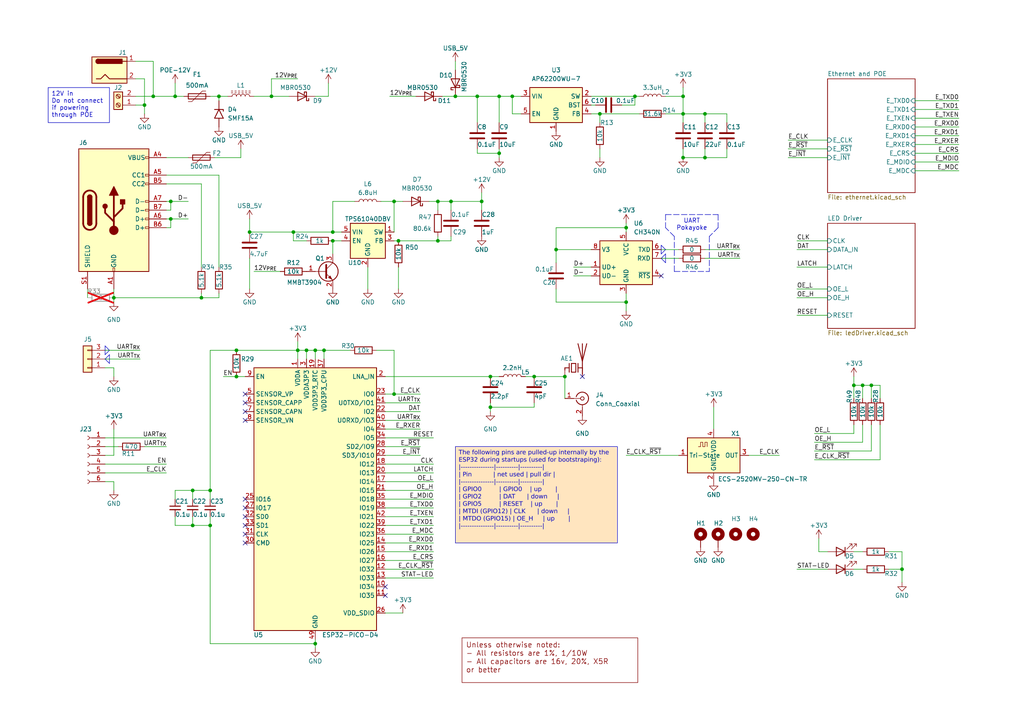
<source format=kicad_sch>
(kicad_sch (version 20250114) (generator "eeschema") (generator_version "9.0")
  (paper "A4")
  (title_block (title "Large 7 Seg Driver") (date "2025-04-12") (rev "1") (comment 1 "JB") (comment 2 "E1041"))
  (text_box "The following pins are pulled-up internally by the ESP32 during startups (used for bootstraping):\n|---------------|----------|----------|\n| Pin           | net used | pull dir |\n|---------------|----------|----------|\n| GPIO0         | GPIO0    | up       |\n| GPIO2         | DAT      | down     |\n| GPIO5         | RESET    | up       |\n| MTDI (GPIO12) | CLK      | down     |\n| MTDO (GPIO15) | OE_H     | up       |\n|---------------|----------|----------|" (exclude_from_sim yes) (at 132.08 129.54 0) (size 46.99 27.94) (margins 0.9525 0.9525 0.9525 0.9525) (fill (type color) (color 255 229 191 1)) (effects (font (size 1.27 1.27)) (justify left top)))
  (text_box "UART Pokayoke" (at 193.04 62.23 0) (size 15.24 5.08) (margins 0.9524 0.9524 0.9524 0.9524) (stroke (width -0.0001)) (effects (font (size 1.27 1.27)) (justify top)))
  (text_box "12V in\nDo not connect if powering through POE" (at 13.97 25.4 0) (size 17.78 10.16) (margins 0.9525 0.9525 0.9525 0.9525) (effects (font (size 1.27 1.27)) (justify left top)))
  (text_box "Unless otherwise noted:\n- All resistors are 1%, 1/10W \n- All capacitors are 16v, 20%, X5R\nor better" (exclude_from_sim yes) (at 134 185 0) (size 50.99 12.97) (margins 1.125 1.125 1.125 1.125) (stroke (width 0) (color 132 0 0 1)) (effects (font (size 1.5 1.5)) (justify left top)))
  (junction (at 154.94 109.22) (diameter 0.9144))
  (junction (at 144.78 27.94))
  (junction (at 78.74 27.94))
  (junction (at 252.73 111.76))
  (junction (at 198.12 33.02))
  (junction (at 144.78 44.45))
  (junction (at 138.43 27.94))
  (junction (at 148.59 27.94))
  (junction (at 72.39 67.31))
  (junction (at 181.61 87.63))
  (junction (at 198.12 27.94))
  (junction (at 93.98 101.6))
  (junction (at 204.47 45.72))
  (junction (at 163.83 109.22))
  (junction (at 247.65 111.76))
  (junction (at 181.61 66.04))
  (junction (at 142.24 109.22) (diameter 0.9144))
  (junction (at 58.42 86.36))
  (junction (at 55.88 142.24))
  (junction (at 68.58 109.22))
  (junction (at 198.12 45.72))
  (junction (at 88.9 101.6) (diameter 0.9144))
  (junction (at 49.53 63.5))
  (junction (at 173.99 33.02))
  (junction (at 85.09 67.31))
  (junction (at 63.5 27.94))
  (junction (at 114.3 58.42))
  (junction (at 60.96 152.4))
  (junction (at 91.44 186.69) (diameter 0.9144))
  (junction (at 55.88 152.4))
  (junction (at 115.57 69.85))
  (junction (at 41.91 30.48))
  (junction (at 49.53 58.42))
  (junction (at 261.62 165.1))
  (junction (at 142.24 118.11) (diameter 0.9144))
  (junction (at 68.58 101.6))
  (junction (at 60.96 142.24))
  (junction (at 130.81 58.42))
  (junction (at 33.02 86.36))
  (junction (at 132.08 27.94))
  (junction (at 184.15 27.94))
  (junction (at 91.44 101.6) (diameter 0.9144))
  (junction (at 96.52 67.31))
  (junction (at 127 69.85))
  (junction (at 50.8 27.94))
  (junction (at 161.29 72.39))
  (junction (at 139.7 58.42))
  (junction (at 204.47 33.02))
  (junction (at 127 58.42))
  (junction (at 86.36 101.6) (diameter 0.9144))
  (junction (at 250.19 111.76))
  (junction (at 96.52 69.85))
  (junction (at 44.45 27.94))
  (junction (at 114.3 114.3))
  (no_connect (at 71.12 144.78))
  (no_connect (at 71.12 154.94))
  (no_connect (at 71.12 149.86))
  (no_connect (at 71.12 157.48))
  (no_connect (at 71.12 119.38))
  (no_connect (at 191.77 80.01))
  (no_connect (at 111.76 170.18))
  (no_connect (at 71.12 121.92))
  (no_connect (at 111.76 172.72))
  (no_connect (at 71.12 147.32))
  (no_connect (at 168.91 109.22))
  (no_connect (at 71.12 116.84))
  (no_connect (at 71.12 152.4))
  (no_connect (at 71.12 114.3))
  (wire (pts (xy 198.12 25.4) (xy 198.12 27.94)))
  (wire (pts (xy 247.65 111.76) (xy 247.65 115.57)))
  (wire (pts (xy 124.46 58.42) (xy 127 58.42)))
  (wire (pts (xy 250.19 111.76) (xy 252.73 111.76)))
  (wire (pts (xy 237.49 156.21) (xy 237.49 160.02)))
  (wire (pts (xy 111.76 137.16) (xy 125.73 137.16)))
  (wire (pts (xy 33.02 109.22) (xy 33.02 106.68)))
  (wire (pts (xy 99.06 69.85) (xy 96.52 69.85)))
  (wire (pts (xy 39.37 27.94) (xy 44.45 27.94)))
  (wire (pts (xy 63.5 50.8) (xy 63.5 77.47)))
  (wire (pts (xy 181.61 66.04) (xy 161.29 66.04)))
  (wire (pts (xy 210.82 45.72) (xy 210.82 43.18)))
  (wire (pts (xy 93.98 101.6) (xy 91.44 101.6)))
  (wire (pts (xy 181.61 132.08) (xy 196.85 132.08)))
  (wire (pts (xy 68.58 109.22) (xy 71.12 109.22)))
  (wire (pts (xy 148.59 27.94) (xy 151.13 27.94)))
  (wire (pts (xy 247.65 125.73) (xy 236.22 125.73)))
  (wire (pts (xy 247.65 123.19) (xy 247.65 125.73)))
  (wire (pts (xy 184.15 30.48) (xy 180.34 30.48)))
  (wire (pts (xy 48.26 134.62) (xy 30.48 134.62)))
  (wire (pts (xy 236.22 128.27) (xy 250.19 128.27)))
  (wire (pts (xy 95.25 27.94) (xy 91.44 27.94)))
  (wire (pts (xy 250.19 115.57) (xy 250.19 111.76)))
  (wire (pts (xy 265.43 46.99) (xy 278.13 46.99)))
  (wire (pts (xy 173.99 33.02) (xy 185.42 33.02)))
  (wire (pts (xy 231.14 77.47) (xy 240.03 77.47)))
  (wire (pts (xy 154.94 116.84) (xy 154.94 118.11)))
  (wire (pts (xy 95.25 24.13) (xy 95.25 27.94)))
  (wire (pts (xy 48.26 60.96) (xy 49.53 60.96)))
  (wire (pts (xy 60.96 142.24) (xy 60.96 144.78)))
  (polyline (pts (xy 193.04 62.23) (xy 208.28 62.23)) (stroke (width 0) (type dash)))
  (wire (pts (xy 181.61 85.09) (xy 181.61 87.63)))
  (wire (pts (xy 130.81 68.58) (xy 130.81 69.85)))
  (wire (pts (xy 138.43 44.45) (xy 144.78 44.45)))
  (wire (pts (xy 48.26 50.8) (xy 63.5 50.8)))
  (wire (pts (xy 41.91 33.02) (xy 41.91 30.48)))
  (wire (pts (xy 125.73 167.64) (xy 111.76 167.64)))
  (wire (pts (xy 181.61 90.17) (xy 181.61 87.63)))
  (wire (pts (xy 73.66 78.74) (xy 81.28 78.74)))
  (wire (pts (xy 106.68 83.82) (xy 106.68 77.47)))
  (wire (pts (xy 166.37 77.47) (xy 171.45 77.47)))
  (wire (pts (xy 148.59 27.94) (xy 148.59 33.02)))
  (wire (pts (xy 91.44 101.6) (xy 91.44 104.14)))
  (wire (pts (xy 204.47 33.02) (xy 204.47 35.56)))
  (wire (pts (xy 48.26 63.5) (xy 49.53 63.5)))
  (wire (pts (xy 111.76 116.84) (xy 121.92 116.84)))
  (wire (pts (xy 48.26 129.54) (xy 41.91 129.54)))
  (wire (pts (xy 191.77 72.39) (xy 196.85 72.39)))
  (wire (pts (xy 73.66 27.94) (xy 78.74 27.94)))
  (polyline (pts (xy 30.48 104.14) (xy 31.75 102.87)))
  (wire (pts (xy 130.81 58.42) (xy 139.7 58.42)))
  (wire (pts (xy 132.08 27.94) (xy 138.43 27.94)))
  (wire (pts (xy 91.44 186.69) (xy 91.44 185.42)))
  (wire (pts (xy 132.08 17.78) (xy 132.08 20.32)))
  (wire (pts (xy 50.8 149.86) (xy 50.8 152.4)))
  (polyline (pts (xy 31.75 102.87) (xy 31.75 105.41)))
  (polyline (pts (xy 195.58 78.74) (xy 205.74 78.74)) (stroke (width 0) (type dash)))
  (wire (pts (xy 127 58.42) (xy 130.81 58.42)))
  (polyline (pts (xy 208.28 62.23) (xy 208.28 66.04)) (stroke (width 0) (type dash)))
  (wire (pts (xy 125.73 160.02) (xy 111.76 160.02)))
  (polyline (pts (xy 191.77 74.93) (xy 193.04 73.66)))
  (wire (pts (xy 33.02 106.68) (xy 30.48 106.68)))
  (wire (pts (xy 193.04 33.02) (xy 198.12 33.02)))
  (wire (pts (xy 88.9 69.85) (xy 85.09 69.85)))
  (wire (pts (xy 127 58.42) (xy 127 60.96)))
  (wire (pts (xy 261.62 160.02) (xy 261.62 165.1)))
  (wire (pts (xy 228.6 45.72) (xy 240.03 45.72)))
  (wire (pts (xy 261.62 165.1) (xy 261.62 168.91)))
  (wire (pts (xy 111.76 119.38) (xy 121.92 119.38)))
  (wire (pts (xy 109.22 101.6) (xy 114.3 101.6)))
  (wire (pts (xy 138.43 27.94) (xy 138.43 35.56)))
  (wire (pts (xy 236.22 133.35) (xy 255.27 133.35)))
  (wire (pts (xy 257.81 165.1) (xy 261.62 165.1)))
  (wire (pts (xy 142.24 118.11) (xy 142.24 119.38)))
  (wire (pts (xy 204.47 72.39) (xy 214.63 72.39)))
  (wire (pts (xy 111.76 114.3) (xy 114.3 114.3)))
  (wire (pts (xy 198.12 27.94) (xy 193.04 27.94)))
  (polyline (pts (xy 30.48 102.87) (xy 31.75 101.6)))
  (wire (pts (xy 231.14 72.39) (xy 240.03 72.39)))
  (wire (pts (xy 96.52 69.85) (xy 96.52 73.66)))
  (wire (pts (xy 127 68.58) (xy 127 69.85)))
  (polyline (pts (xy 195.58 68.58) (xy 193.04 66.04)) (stroke (width 0) (type dash)))
  (wire (pts (xy 138.43 27.94) (xy 144.78 27.94)))
  (wire (pts (xy 161.29 76.2) (xy 161.29 72.39)))
  (wire (pts (xy 48.26 127) (xy 30.48 127)))
  (wire (pts (xy 250.19 111.76) (xy 247.65 111.76)))
  (wire (pts (xy 116.84 177.8) (xy 111.76 177.8)))
  (wire (pts (xy 152.4 109.22) (xy 154.94 109.22)))
  (wire (pts (xy 55.88 149.86) (xy 55.88 152.4)))
  (wire (pts (xy 265.43 36.83) (xy 278.13 36.83)))
  (wire (pts (xy 58.42 86.36) (xy 63.5 86.36)))
  (wire (pts (xy 125.73 147.32) (xy 111.76 147.32)))
  (wire (pts (xy 111.76 127) (xy 125.73 127)))
  (polyline (pts (xy 30.48 104.14) (xy 31.75 105.41)))
  (wire (pts (xy 41.91 22.86) (xy 41.91 30.48)))
  (wire (pts (xy 111.76 139.7) (xy 125.73 139.7)))
  (wire (pts (xy 39.37 22.86) (xy 41.91 22.86)))
  (wire (pts (xy 49.53 58.42) (xy 54.61 58.42)))
  (wire (pts (xy 72.39 83.82) (xy 72.39 74.93)))
  (wire (pts (xy 198.12 33.02) (xy 198.12 35.56)))
  (wire (pts (xy 163.83 109.22) (xy 163.83 115.57)))
  (wire (pts (xy 33.02 139.7) (xy 30.48 139.7)))
  (wire (pts (xy 68.58 101.6) (xy 86.36 101.6)))
  (wire (pts (xy 144.78 44.45) (xy 144.78 43.18)))
  (polyline (pts (xy 205.74 68.58) (xy 205.74 78.74)) (stroke (width 0) (type dash)))
  (wire (pts (xy 114.3 69.85) (xy 115.57 69.85)))
  (wire (pts (xy 60.96 186.69) (xy 91.44 186.69)))
  (wire (pts (xy 161.29 72.39) (xy 171.45 72.39)))
  (wire (pts (xy 198.12 33.02) (xy 198.12 27.94)))
  (wire (pts (xy 115.57 83.82) (xy 115.57 77.47)))
  (wire (pts (xy 231.14 91.44) (xy 240.03 91.44)))
  (wire (pts (xy 247.65 109.22) (xy 247.65 111.76)))
  (wire (pts (xy 204.47 33.02) (xy 210.82 33.02)))
  (polyline (pts (xy 30.48 100.33) (xy 30.48 102.87)))
  (wire (pts (xy 171.45 30.48) (xy 172.72 30.48)))
  (wire (pts (xy 60.96 149.86) (xy 60.96 152.4)))
  (wire (pts (xy 255.27 115.57) (xy 255.27 111.76)))
  (wire (pts (xy 63.5 29.21) (xy 63.5 27.94)))
  (wire (pts (xy 228.6 43.18) (xy 240.03 43.18)))
  (wire (pts (xy 111.76 121.92) (xy 121.92 121.92)))
  (wire (pts (xy 171.45 27.94) (xy 184.15 27.94)))
  (wire (pts (xy 96.52 58.42) (xy 102.87 58.42)))
  (wire (pts (xy 142.24 118.11) (xy 142.24 116.84)))
  (wire (pts (xy 30.48 104.14) (xy 40.64 104.14)))
  (wire (pts (xy 60.96 152.4) (xy 60.96 186.69)))
  (wire (pts (xy 93.98 101.6) (xy 93.98 104.14)))
  (polyline (pts (xy 195.58 78.74) (xy 195.58 68.58)) (stroke (width 0) (type dash)))
  (wire (pts (xy 72.39 67.31) (xy 85.09 67.31)))
  (wire (pts (xy 198.12 45.72) (xy 204.47 45.72)))
  (wire (pts (xy 204.47 45.72) (xy 204.47 43.18)))
  (wire (pts (xy 210.82 33.02) (xy 210.82 35.56)))
  (wire (pts (xy 30.48 132.08) (xy 33.02 132.08)))
  (wire (pts (xy 181.61 66.04) (xy 181.61 67.31)))
  (wire (pts (xy 58.42 53.34) (xy 58.42 77.47)))
  (wire (pts (xy 265.43 29.21) (xy 278.13 29.21)))
  (wire (pts (xy 265.43 31.75) (xy 278.13 31.75)))
  (wire (pts (xy 55.88 142.24) (xy 60.96 142.24)))
  (wire (pts (xy 48.26 45.72) (xy 54.61 45.72)))
  (wire (pts (xy 154.94 109.22) (xy 163.83 109.22)))
  (wire (pts (xy 125.73 149.86) (xy 111.76 149.86)))
  (wire (pts (xy 115.57 69.85) (xy 127 69.85)))
  (wire (pts (xy 33.02 86.36) (xy 58.42 86.36)))
  (wire (pts (xy 41.91 30.48) (xy 39.37 30.48)))
  (wire (pts (xy 250.19 128.27) (xy 250.19 123.19)))
  (wire (pts (xy 111.76 154.94) (xy 125.73 154.94)))
  (wire (pts (xy 69.85 43.18) (xy 69.85 45.72)))
  (wire (pts (xy 33.02 132.08) (xy 33.02 124.46)))
  (wire (pts (xy 252.73 111.76) (xy 255.27 111.76)))
  (wire (pts (xy 144.78 27.94) (xy 144.78 35.56)))
  (wire (pts (xy 204.47 45.72) (xy 210.82 45.72)))
  (wire (pts (xy 144.78 27.94) (xy 148.59 27.94)))
  (wire (pts (xy 88.9 101.6) (xy 91.44 101.6)))
  (wire (pts (xy 78.74 27.94) (xy 83.82 27.94)))
  (wire (pts (xy 111.76 132.08) (xy 121.92 132.08)))
  (wire (pts (xy 114.3 58.42) (xy 114.3 67.31)))
  (wire (pts (xy 110.49 58.42) (xy 114.3 58.42)))
  (wire (pts (xy 44.45 27.94) (xy 50.8 27.94)))
  (polyline (pts (xy 191.77 71.12) (xy 191.77 73.66)))
  (wire (pts (xy 50.8 144.78) (xy 50.8 142.24)))
  (wire (pts (xy 113.03 27.94) (xy 120.65 27.94)))
  (wire (pts (xy 125.73 162.56) (xy 111.76 162.56)))
  (wire (pts (xy 64.77 109.22) (xy 68.58 109.22)))
  (wire (pts (xy 49.53 58.42) (xy 49.53 60.96)))
  (wire (pts (xy 33.02 142.24) (xy 33.02 139.7)))
  (wire (pts (xy 255.27 123.19) (xy 255.27 133.35)))
  (wire (pts (xy 127 69.85) (xy 130.81 69.85)))
  (wire (pts (xy 125.73 157.48) (xy 111.76 157.48)))
  (wire (pts (xy 88.9 101.6) (xy 88.9 104.14)))
  (wire (pts (xy 114.3 58.42) (xy 116.84 58.42)))
  (wire (pts (xy 184.15 27.94) (xy 184.15 30.48)))
  (wire (pts (xy 231.14 69.85) (xy 240.03 69.85)))
  (wire (pts (xy 265.43 49.53) (xy 278.13 49.53)))
  (wire (pts (xy 217.17 132.08) (xy 226.06 132.08)))
  (wire (pts (xy 99.06 67.31) (xy 96.52 67.31)))
  (wire (pts (xy 78.74 22.86) (xy 78.74 27.94)))
  (wire (pts (xy 39.37 17.78) (xy 44.45 17.78)))
  (wire (pts (xy 55.88 152.4) (xy 60.96 152.4)))
  (wire (pts (xy 257.81 160.02) (xy 261.62 160.02)))
  (wire (pts (xy 85.09 67.31) (xy 96.52 67.31)))
  (wire (pts (xy 139.7 58.42) (xy 139.7 60.96)))
  (wire (pts (xy 63.5 27.94) (xy 66.04 27.94)))
  (wire (pts (xy 247.65 165.1) (xy 250.19 165.1)))
  (wire (pts (xy 62.23 45.72) (xy 69.85 45.72)))
  (wire (pts (xy 265.43 44.45) (xy 278.13 44.45)))
  (wire (pts (xy 86.36 101.6) (xy 88.9 101.6)))
  (wire (pts (xy 48.26 137.16) (xy 30.48 137.16)))
  (wire (pts (xy 138.43 43.18) (xy 138.43 44.45)))
  (wire (pts (xy 121.92 124.46) (xy 111.76 124.46)))
  (wire (pts (xy 44.45 17.78) (xy 44.45 27.94)))
  (wire (pts (xy 173.99 43.18) (xy 173.99 45.72)))
  (wire (pts (xy 265.43 34.29) (xy 278.13 34.29)))
  (wire (pts (xy 161.29 66.04) (xy 161.29 72.39)))
  (wire (pts (xy 247.65 160.02) (xy 250.19 160.02)))
  (wire (pts (xy 58.42 86.36) (xy 58.42 85.09)))
  (wire (pts (xy 252.73 123.19) (xy 252.73 130.81)))
  (wire (pts (xy 142.24 109.22) (xy 144.78 109.22)))
  (wire (pts (xy 166.37 80.01) (xy 171.45 80.01)))
  (wire (pts (xy 207.01 118.11) (xy 207.01 124.46)))
  (polyline (pts (xy 193.04 73.66) (xy 193.04 76.2)))
  (wire (pts (xy 58.42 53.34) (xy 48.26 53.34)))
  (wire (pts (xy 114.3 114.3) (xy 121.92 114.3)))
  (wire (pts (xy 204.47 74.93) (xy 214.63 74.93)))
  (wire (pts (xy 91.44 187.96) (xy 91.44 186.69)))
  (wire (pts (xy 148.59 33.02) (xy 151.13 33.02)))
  (wire (pts (xy 252.73 111.76) (xy 252.73 115.57)))
  (wire (pts (xy 85.09 69.85) (xy 85.09 67.31)))
  (wire (pts (xy 111.76 142.24) (xy 125.73 142.24)))
  (wire (pts (xy 198.12 33.02) (xy 204.47 33.02)))
  (wire (pts (xy 114.3 101.6) (xy 114.3 114.3)))
  (wire (pts (xy 191.77 74.93) (xy 196.85 74.93)))
  (wire (pts (xy 33.02 86.36) (xy 33.02 87.63)))
  (wire (pts (xy 60.96 101.6) (xy 60.96 142.24)))
  (wire (pts (xy 50.8 142.24) (xy 55.88 142.24)))
  (polyline (pts (xy 191.77 73.66) (xy 193.04 72.39)))
  (wire (pts (xy 181.61 87.63) (xy 161.29 87.63)))
  (wire (pts (xy 48.26 58.42) (xy 49.53 58.42)))
  (wire (pts (xy 161.29 87.63) (xy 161.29 83.82)))
  (wire (pts (xy 86.36 101.6) (xy 86.36 104.14)))
  (wire (pts (xy 63.5 86.36) (xy 63.5 85.09)))
  (wire (pts (xy 93.98 101.6) (xy 101.6 101.6)))
  (wire (pts (xy 72.39 63.5) (xy 72.39 67.31)))
  (wire (pts (xy 181.61 64.77) (xy 181.61 66.04)))
  (polyline (pts (xy 191.77 71.12) (xy 193.04 72.39)))
  (wire (pts (xy 128.27 27.94) (xy 132.08 27.94)))
  (wire (pts (xy 111.76 129.54) (xy 121.92 129.54)))
  (wire (pts (xy 130.81 58.42) (xy 130.81 60.96)))
  (polyline (pts (xy 191.77 74.93) (xy 193.04 76.2)))
  (wire (pts (xy 144.78 44.45) (xy 144.78 45.72)))
  (wire (pts (xy 60.96 27.94) (xy 63.5 27.94)))
  (wire (pts (xy 86.36 22.86) (xy 78.74 22.86)))
  (wire (pts (xy 154.94 118.11) (xy 142.24 118.11)))
  (wire (pts (xy 48.26 66.04) (xy 49.53 66.04)))
  (wire (pts (xy 231.14 86.36) (xy 240.03 86.36)))
  (wire (pts (xy 50.8 27.94) (xy 53.34 27.94)))
  (wire (pts (xy 236.22 130.81) (xy 252.73 130.81)))
  (wire (pts (xy 111.76 134.62) (xy 125.73 134.62)))
  (wire (pts (xy 34.29 129.54) (xy 30.48 129.54)))
  (polyline (pts (xy 208.28 66.04) (xy 205.74 68.58)) (stroke (width 0) (type dash)))
  (wire (pts (xy 198.12 43.18) (xy 198.12 45.72)))
  (wire (pts (xy 49.53 63.5) (xy 54.61 63.5)))
  (wire (pts (xy 33.02 83.82) (xy 33.02 86.36)))
  (wire (pts (xy 139.7 55.88) (xy 139.7 58.42)))
  (polyline (pts (xy 30.48 100.33) (xy 31.75 101.6)))
  (wire (pts (xy 50.8 24.13) (xy 50.8 27.94)))
  (wire (pts (xy 125.73 152.4) (xy 111.76 152.4)))
  (wire (pts (xy 173.99 33.02) (xy 173.99 35.56)))
  (wire (pts (xy 30.48 101.6) (xy 40.64 101.6)))
  (wire (pts (xy 265.43 41.91) (xy 278.13 41.91)))
  (wire (pts (xy 50.8 152.4) (xy 55.88 152.4)))
  (wire (pts (xy 25.4 83.82) (xy 25.4 86.36)))
  (wire (pts (xy 228.6 40.64) (xy 240.03 40.64)))
  (wire (pts (xy 237.49 160.02) (xy 240.03 160.02)))
  (wire (pts (xy 265.43 39.37) (xy 278.13 39.37)))
  (wire (pts (xy 111.76 109.22) (xy 142.24 109.22)))
  (wire (pts (xy 111.76 165.1) (xy 125.73 165.1)))
  (polyline (pts (xy 193.04 62.23) (xy 193.04 66.04)) (stroke (width 0) (type dash)))
  (wire (pts (xy 55.88 144.78) (xy 55.88 142.24)))
  (wire (pts (xy 184.15 27.94) (xy 185.42 27.94)))
  (wire (pts (xy 231.14 83.82) (xy 240.03 83.82)))
  (wire (pts (xy 111.76 144.78) (xy 125.73 144.78)))
  (wire (pts (xy 231.14 165.1) (xy 240.03 165.1)))
  (wire (pts (xy 49.53 66.04) (xy 49.53 63.5)))
  (wire (pts (xy 86.36 99.06) (xy 86.36 101.6)))
  (wire (pts (xy 60.96 101.6) (xy 68.58 101.6)))
  (wire (pts (xy 171.45 33.02) (xy 173.99 33.02)))
  (wire (pts (xy 96.52 67.31) (xy 96.52 58.42)))
  (label "E_RXER" (at 278.13 41.91 180))
  (label "E_TXD0" (at 278.13 29.21 180))
  (label "E_~{RST}" (at 121.92 129.54 180))
  (label "12V_{PRE}" (at 73.66 78.74 0))
  (label "RESET" (at 231.14 91.44 0))
  (label "LATCH" (at 231.14 77.47 0))
  (label "UART_{RX}" (at 40.64 101.6 180))
  (label "UART_{TX}" (at 48.26 129.54 180))
  (label "OE_H" (at 236.22 128.27 0))
  (label "UART_{RX}" (at 48.26 127 180))
  (label "E_~{INT}" (at 228.6 45.72 0))
  (label "E_MDIO" (at 125.73 144.78 180))
  (label "E_TXD1" (at 278.13 31.75 180))
  (label "D+" (at 54.61 63.5 180))
  (label "UART_{RX}" (at 121.92 121.92 180))
  (label "OE_L" (at 236.22 125.73 0))
  (label "E_TXD1" (at 125.73 152.4 180))
  (label "DAT" (at 121.92 119.38 180))
  (label "RESET" (at 125.73 127 180))
  (label "EN" (at 48.26 134.62 180))
  (label "E_TXEN" (at 125.73 149.86 180))
  (label "E_CLK" (at 226.06 132.08 180))
  (label "LATCH" (at 125.73 137.16 180))
  (label "E_MDC" (at 125.73 154.94 180))
  (label "E_RXD0" (at 278.13 36.83 180))
  (label "E_CRS" (at 125.73 162.56 180))
  (label "E_RXD0" (at 125.73 157.48 180))
  (label "E_MDIO" (at 278.13 46.99 180))
  (label "E_CRS" (at 278.13 44.45 180))
  (label "DAT" (at 231.14 72.39 0))
  (label "E_~{RST}" (at 228.6 43.18 0))
  (label "E_TXD0" (at 125.73 147.32 180))
  (label "E_CLK_~{RST}" (at 236.22 133.35 0))
  (label "STAT-LED" (at 125.73 167.64 180))
  (label "UART_{TX}" (at 40.64 104.14 180))
  (label "12V_{PRE}" (at 113.03 27.94 0))
  (label "UART_{RX}" (at 214.63 72.39 180))
  (label "OE_H" (at 231.14 86.36 0))
  (label "UART_{TX}" (at 214.63 74.93 180))
  (label "E_TXEN" (at 278.13 34.29 180))
  (label "E_~{RST}" (at 236.22 130.81 0))
  (label "E_CLK_~{RST}" (at 181.61 132.08 0))
  (label "E_RXD1" (at 125.73 160.02 180))
  (label "EN" (at 64.77 109.22 0))
  (label "E_CLK" (at 228.6 40.64 0))
  (label "D+" (at 166.37 77.47 0))
  (label "UART_{TX}" (at 121.92 116.84 180))
  (label "E_~{INT}" (at 121.92 132.08 180))
  (label "E_RXD1" (at 278.13 39.37 180))
  (label "CLK" (at 231.14 69.85 0))
  (label "E_MDC" (at 278.13 49.53 180))
  (label "CLK" (at 125.73 134.62 180))
  (label "E_RXER" (at 121.92 124.46 180))
  (label "E_CLK_~{RST}" (at 125.73 165.1 180))
  (label "OE_L" (at 231.14 83.82 0))
  (label "E_CLK" (at 48.26 137.16 180))
  (label "OE_L" (at 125.73 139.7 180))
  (label "12V_{PRE}" (at 86.36 22.86 180))
  (label "OE_H" (at 125.73 142.24 180))
  (label "STAT-LED" (at 231.14 165.1 0))
  (label "D-" (at 54.61 58.42 180))
  (label "E_CLK" (at 121.92 114.3 180))
  (label "D-" (at 166.37 80.01 0))
  (symbol (lib_id "power:GND") (at 33.02 109.22 0) (unit 1)
    (property "Reference" "#PWR035" (effects (hide yes)))
    (property "Value" "GND" (at 33.02 113.03 0))
    (property "Description" "Power symbol creates a global label with name \"GND\" , ground" (effects (hide yes)))
  )
  (symbol (lib_id "Connector:Screw_Terminal_01x02") (at 34.29 30.48 180) (unit 1)
    (property "Reference" "J2" (at 34.29 25.4 0))
    (property "Value" "Screw_Terminal_01x02" (effects (hide yes)))
    (property "Footprint" "TerminalBlock_Phoenix:TerminalBlock_Phoenix_MKDS-1,5-2-5.08_1x02_P5.08mm_Horizontal" (effects (hide yes)))
    (property "Part Number" "1751248" (effects (hide yes)))
  )
  (symbol (lib_id "power:+3V3") (at 116.84 177.8 0) (unit 1)
    (property "Reference" "#PWR028" (effects (hide yes)))
    (property "Value" "+3V3" (at 116.84 173.99 0))
  )
  (symbol (lib_id "power:+3.3V") (at 198.12 25.4 0) (unit 1)
    (property "Reference" "#PWR09" (effects (hide yes)))
    (property "Value" "+3V3" (at 198.12 21.59 0))
  )
  (symbol (lib_id "Device:Polyfuse") (at 57.15 27.94 90) (unit 1)
    (property "Reference" "F1" (at 57.15 21.59 90))
    (property "Value" "500mA" (at 57.15 24.765 90))
    (property "Footprint" "Fuse:Fuse_1206_3216Metric" (effects (hide yes)))
    (property "Part Number" "0ZCJ0050FF2G" (effects (hide yes)))
  )
  (symbol (lib_id "power:GND") (at 181.61 90.17 0) (unit 1)
    (property "Reference" "#PWR034" (effects (hide yes)))
    (property "Value" "GND" (at 181.61 93.98 0))
    (property "Description" "Power symbol creates a global label with name \"GND\" , ground" (effects (hide yes)))
  )
  (symbol (lib_id "Device:C_Small") (at 60.96 147.32 0) (unit 1)
    (property "Reference" "C23" (at 60.96 145.415 0) (effects (justify left)))
    (property "Value" "0.1u" (at 60.96 149.225 0) (effects (justify left)))
    (property "Footprint" "Capacitor_SMD:C_0805_2012Metric" (effects (hide yes)))
  )
  (symbol (lib_id "Device:C") (at 144.78 39.37 0) (unit 1)
    (property "Reference" "C9" (at 144.78 36.8299 0) (effects (justify left)))
    (property "Value" "10uF" (at 144.78 41.9099 0) (effects (justify left)))
    (property "Footprint" "Capacitor_SMD:C_0805_2012Metric_Pad1.18x1.45mm_HandSolder" (effects (hide yes)))
  )
  (symbol (lib_id "Connector:Conn_01x06_Female") (at 25.4 132.08 0) (mirror y) (unit 1)
    (property "Reference" "J23" (at 26.67 124.4599 0) (effects (justify left)))
    (property "Value" "Conn_01x06_Female" (effects (hide yes)))
    (property "Footprint" "Connector:Tag-Connect_TC2030-IDC-NL_2x03_P1.27mm_Vertical" (effects (hide yes)))
  )
  (symbol (lib_id "Device:C") (at 138.43 39.37 0) (unit 1)
    (property "Reference" "C8" (at 138.43 36.8299 0) (effects (justify left)))
    (property "Value" "0.1uF" (at 138.43 41.9099 0) (effects (justify left)))
    (property "Footprint" "Capacitor_SMD:C_0805_2012Metric_Pad1.18x1.45mm_HandSolder" (effects (hide yes)))
  )
  (symbol (lib_id "Device:D_Schottky") (at 124.46 27.94 180) (unit 1)
    (property "Reference" "D11" (at 128.905 29.21 0))
    (property "Value" "MBR0530" (at 122.555 25.4 0))
    (property "Footprint" "Diode_SMD:D_SOD-123" (effects (hide yes)))
    (property "Datasheet" "https://www.onsemi.com/pdf/datasheet/mbr0530-d.pdf" (effects (hide yes)))
    (property "Description" "Schottky diode" (effects (hide yes)))
    (property "Part Number" "MBR0530" (effects (hide yes)))
  )
  (symbol (lib_id "Device:R") (at 200.66 74.93 270) (mirror x) (unit 1)
    (property "Reference" "R46" (at 200.66 77.47 90))
    (property "Value" "0" (at 200.66 74.93 90))
    (property "Footprint" "Resistor_SMD:R_0805_2012Metric" (effects (hide yes)))
  )
  (symbol (lib_id "power:+3.3V") (at 33.02 124.46 0) (mirror y) (unit 1)
    (property "Reference" "#PWR011" (effects (hide yes)))
    (property "Value" "+3V3" (at 33.02 120.65 0))
  )
  (symbol (lib_id "Connector_Generic:Conn_01x03") (at 25.4 104.14 180) (unit 1)
    (property "Reference" "J5" (at 26.67 98.425 0) (effects (justify left)))
    (property "Value" "Conn_01x03" (effects (hide yes)))
    (property "Footprint" "Connector_PinSocket_2.54mm:PinSocket_1x03_P2.54mm_Vertical" (effects (hide yes)))
    (property "Description" "Generic connector, single row, 01x03, script generated (kicad-library-utils/schlib/autogen/connector/)" (effects (hide yes)))
  )
  (symbol (lib_id "power:GND") (at 161.29 38.1 0) (unit 1)
    (property "Reference" "#PWR08" (effects (hide yes)))
    (property "Value" "GND" (at 161.29 41.91 0))
  )
  (symbol (lib_id "Device:C") (at 139.7 64.77 0) (unit 1)
    (property "Reference" "C28" (at 139.7 62.2299 0) (effects (justify left)))
    (property "Value" "1uF" (at 139.7 67.3099 0) (effects (justify left)))
    (property "Footprint" "Capacitor_SMD:C_0805_2012Metric_Pad1.18x1.45mm_HandSolder" (effects (hide yes)))
  )
  (symbol (lib_id "Device:LED") (at 243.84 160.02 180) (unit 1)
    (property "Reference" "D5" (at 246.38 161.29 0))
    (property "Value" "LED" (effects (hide yes)))
    (property "Footprint" "LED_SMD:LED_1206_3216Metric" (effects (hide yes)))
  )
  (symbol (lib_id "Device:L") (at 106.68 58.42 90) (unit 1)
    (property "Reference" "L6" (at 106.68 53.34 90))
    (property "Value" "6.8uH" (at 106.68 55.88 90))
    (property "Footprint" "Inductor_SMD:L_1206_3216Metric_Pad1.22x1.90mm_HandSolder" (effects (hide yes)))
    (property "Description" "Inductor" (effects (hide yes)))
    (property "Part Number" "1239AS-H-6R8M=P2" (effects (hide yes)))
  )
  (symbol (lib_id "power:GND") (at 63.5 36.83 0) (unit 1)
    (property "Reference" "#PWR07" (effects (hide yes)))
    (property "Value" "GND" (at 63.5 40.64 0))
  )
  (symbol (lib_id "Device:C") (at 130.81 64.77 180) (unit 1)
    (property "Reference" "C29" (at 135.255 67.31 0) (effects (justify left)))
    (property "Value" "0.1uF" (at 130.81 62.23 0) (effects (justify right)))
    (property "Footprint" "Capacitor_SMD:C_0805_2012Metric" (effects (hide yes)))
  )
  (symbol (lib_id "Mechanical:MountingHole_Pad") (at 208.28 156.21 0) (unit 1) (in_bom no)
    (property "Reference" "H2" (at 207.01 151.765 0) (effects (justify left)))
    (property "Value" "MountingHole_Pad" (effects (hide yes)))
    (property "Footprint" "MountingHole:MountingHole_3.2mm_M3_DIN965_Pad" (effects (hide yes)))
    (property "Description" "Mounting Hole with connection" (effects (hide yes)))
  )
  (symbol (lib_id "power:GND") (at 96.52 83.82 0) (unit 1)
    (property "Reference" "#PWR056" (effects (hide yes)))
    (property "Value" "GND" (at 96.52 87.63 0))
  )
  (symbol (lib_id "Device:C") (at 176.53 30.48 90) (unit 1)
    (property "Reference" "C10" (at 175.26 29.21 90) (effects (justify left)))
    (property "Value" "0.1uF" (at 184.15 29.21 90) (effects (justify left)))
    (property "Footprint" "Capacitor_SMD:C_0805_2012Metric_Pad1.18x1.45mm_HandSolder" (effects (hide yes)))
  )
  (symbol (lib_id "power:GND") (at 142.24 119.38 0) (unit 1)
    (property "Reference" "#PWR029" (effects (hide yes)))
    (property "Value" "GND" (at 142.24 124.46 0))
  )
  (symbol (lib_id "Diode:SMF15A") (at 63.5 33.02 270) (unit 1)
    (property "Reference" "D4" (at 66.04 31.75 90) (effects (justify left)))
    (property "Value" "SMF15A" (at 66.04 34.29 90) (effects (justify left)))
    (property "Footprint" "Diode_SMD:D_SMF" (effects (hide yes)))
    (property "Datasheet" "https://www.vishay.com/doc?85881" (effects (hide yes)))
    (property "Part Number" "SMF15A" (effects (hide yes)))
  )
  (symbol (lib_id "power:GND") (at 168.91 120.65 0) (unit 1)
    (property "Reference" "#PWR030" (effects (hide yes)))
    (property "Value" "GND" (at 168.91 125.73 0))
  )
  (symbol (lib_id "Device:R") (at 250.19 119.38 0) (mirror x) (unit 1)
    (property "Reference" "R48" (at 248.92 113.03 90) (effects (justify left)))
    (property "Value" "10k" (at 250.19 119.38 90))
    (property "Footprint" "Resistor_SMD:R_0805_2012Metric" (effects (hide yes)))
  )
  (symbol (lib_id "Device:D_Schottky") (at 120.65 58.42 180) (unit 1)
    (property "Reference" "D7" (at 120.9675 52.07 0))
    (property "Value" "MBR0530" (at 120.9675 54.61 0))
    (property "Footprint" "Diode_SMD:D_SOD-123" (effects (hide yes)))
    (property "Datasheet" "https://www.onsemi.com/pdf/datasheet/mbr0530-d.pdf" (effects (hide yes)))
    (property "Description" "Schottky diode" (effects (hide yes)))
    (property "Part Number" "MBR0530" (effects (hide yes)))
  )
  (symbol (lib_id "Device:R") (at 85.09 78.74 270) (unit 1)
    (property "Reference" "R12" (at 85.09 76.2 90))
    (property "Value" "10k" (at 85.09 78.74 90))
    (property "Footprint" "Resistor_SMD:R_0805_2012Metric_Pad1.20x1.40mm_HandSolder" (effects (hide yes)))
  )
  (symbol (lib_id "Device:C_Small") (at 50.8 147.32 0) (unit 1)
    (property "Reference" "C21" (at 50.8 145.415 0) (effects (justify left)))
    (property "Value" "0.1u" (at 50.8 149.225 0) (effects (justify left)))
    (property "Footprint" "Capacitor_SMD:C_0805_2012Metric" (effects (hide yes)))
  )
  (symbol (lib_id "Regulator_Switching:TPS61040DBV") (at 106.68 69.85 0) (unit 1)
    (property "Reference" "U10" (at 102.87 76.2 0))
    (property "Value" "TPS61040DBV" (at 106.68 63.5 0))
    (property "Footprint" "Package_TO_SOT_SMD:SOT-23-5" (effects (hide yes)))
    (property "Datasheet" "http://www.ti.com/lit/ds/symlink/tps61040.pdf" (effects (hide yes)))
    (property "Description" "Synchronous Boost Regulator, Adjustable Output up to 28V, 400 mA Switch Current Limit, SOT-23-5" (effects (hide yes)))
    (property "Part Number" "TPS61040DBV" (effects (hide yes)))
  )
  (symbol (lib_id "power:GND") (at 208.28 158.75 0) (unit 1)
    (property "Reference" "#PWR054" (effects (hide yes)))
    (property "Value" "GND" (at 208.28 162.56 0))
  )
  (symbol (lib_id "Device:Antenna_Chip") (at 166.37 106.68 0) (unit 1)
    (property "Reference" "AE1" (at 162.56 103.9494 0) (effects (justify left)))
    (property "Value" "Antenna_Chip" (effects (hide yes)))
    (property "Footprint" "RF_Antenna:Johanson_2450AT43F0100" (effects (hide yes)))
    (property "Part Number" "2450AT43F0100001E" (effects (hide yes)))
  )
  (symbol (lib_id "Device:C") (at 161.29 80.01 180) (unit 1)
    (property "Reference" "C26" (at 161.29 81.915 0) (effects (justify left)))
    (property "Value" "0.1uF" (at 160.655 78.105 0) (effects (justify left)))
    (property "Footprint" "Capacitor_SMD:C_0805_2012Metric" (effects (hide yes)))
    (property "Description" "Unpolarized capacitor" (effects (hide yes)))
  )
  (symbol (lib_id "Device:C") (at 210.82 39.37 0) (unit 1)
    (property "Reference" "C13" (at 210.82 36.8299 0) (effects (justify left)))
    (property "Value" "0.1uF" (at 210.82 41.9099 0) (effects (justify left)))
    (property "Footprint" "Capacitor_SMD:C_0805_2012Metric" (effects (hide yes)))
  )
  (symbol (lib_id "power:+3.3V") (at 95.25 24.13 0) (unit 1)
    (property "Reference" "#PWR063" (effects (hide yes)))
    (property "Value" "+12V" (at 95.25 20.32 0))
  )
  (symbol (lib_id "Interface_USB:CH340N") (at 181.61 74.93 0) (unit 1)
    (property "Reference" "U6" (at 183.8041 64.77 0) (effects (justify left)))
    (property "Value" "CH340N" (at 183.8041 67.31 0) (effects (justify left)))
    (property "Footprint" "Package_SO:SOP-8_3.9x4.9mm_P1.27mm" (effects (hide yes)))
    (property "Datasheet" "https://aitendo3.sakura.ne.jp/aitendo_data/product_img/ic/inteface/CH340N/ch340n.pdf" (effects (hide yes)))
    (property "Description" "USB serial converter, 2Mbps, UART, SOP-8" (effects (hide yes)))
    (property "Part Number" "CH340N" (effects (hide yes)))
  )
  (symbol (lib_id "power:GND") (at 144.78 45.72 0) (unit 1)
    (property "Reference" "#PWR053" (effects (hide yes)))
    (property "Value" "GND" (at 144.78 49.53 0))
  )
  (symbol (lib_id "Device:R") (at 29.21 86.36 90) (unit 1) (dnp yes)
    (property "Reference" "R33" (at 27.305 84.455 90))
    (property "Value" "0" (at 29.21 86.36 90))
    (property "Footprint" "Resistor_SMD:R_0805_2012Metric" (effects (hide yes)))
    (property "Description" "Resistor" (effects (hide yes)))
  )
  (symbol (lib_id "Device:LED") (at 243.84 165.1 180) (unit 1)
    (property "Reference" "D6" (at 246.38 166.37 0))
    (property "Value" "LED" (effects (hide yes)))
    (property "Footprint" "LED_SMD:LED_1206_3216Metric" (effects (hide yes)))
  )
  (symbol (lib_id "Device:L") (at 189.23 27.94 90) (unit 1)
    (property "Reference" "L2" (at 193.04 26.67 90))
    (property "Value" "3.3uH" (at 189.23 25.4 90))
    (property "Footprint" "Inductor_SMD:L_1206_3216Metric_Pad1.22x1.90mm_HandSolder" (effects (hide yes)))
    (property "Part Number" "MAMK2520T3R3M" (effects (hide yes)))
  )
  (symbol (lib_id "Device:R") (at 58.42 81.28 0) (unit 1)
    (property "Reference" "R34" (at 58.42 77.47 0) (effects (justify left)))
    (property "Value" "5.1k" (at 58.42 81.28 90))
    (property "Footprint" "Resistor_SMD:R_0805_2012Metric" (effects (hide yes)))
    (property "Description" "Resistor" (effects (hide yes)))
  )
  (symbol (lib_id "Device:R") (at 63.5 81.28 0) (unit 1)
    (property "Reference" "R35" (at 63.5 77.47 0) (effects (justify left)))
    (property "Value" "5.1k" (at 63.5 81.28 90))
    (property "Footprint" "Resistor_SMD:R_0805_2012Metric" (effects (hide yes)))
    (property "Description" "Resistor" (effects (hide yes)))
  )
  (symbol (lib_id "power:GND") (at 115.57 83.82 0) (unit 1)
    (property "Reference" "#PWR049" (effects (hide yes)))
    (property "Value" "GND" (at 115.57 87.63 0))
  )
  (symbol (lib_id "Mechanical:MountingHole") (at 218.44 154.94 0) (unit 1) (in_bom no)
    (property "Reference" "H4" (at 217.17 150.495 0) (effects (justify left)))
    (property "Value" "MountingHole_Pad" (effects (hide yes)))
    (property "Footprint" "MountingHole:MountingHole_3.2mm_M3_DIN965" (effects (hide yes)))
    (property "Description" "Mounting Hole without connection" (effects (hide yes)))
  )
  (symbol (lib_id "Device:R") (at 105.41 101.6 90) (unit 1)
    (property "Reference" "R30" (at 102.87 100.33 90) (effects (justify left)))
    (property "Value" "10k" (at 105.4099 101.6 90))
    (property "Footprint" "Resistor_SMD:R_0805_2012Metric_Pad1.20x1.40mm_HandSolder" (effects (hide yes)))
  )
  (symbol (lib_id "power:+3V3") (at 181.61 64.77 0) (unit 1)
    (property "Reference" "#PWR033" (effects (hide yes)))
    (property "Value" "+3V3" (at 181.61 60.96 0))
  )
  (symbol (lib_id "Device:R") (at 247.65 119.38 0) (mirror x) (unit 1)
    (property "Reference" "R49" (at 246.38 113.03 90) (effects (justify left)))
    (property "Value" "10k" (at 247.65 119.38 90))
    (property "Footprint" "Resistor_SMD:R_0805_2012Metric" (effects (hide yes)))
  )
  (symbol (lib_id "Device:R") (at 255.27 119.38 0) (mirror y) (unit 1)
    (property "Reference" "R28" (at 254 116.84 90) (effects (justify left)))
    (property "Value" "10k" (at 255.27 119.38 90))
    (property "Footprint" "Resistor_SMD:R_0805_2012Metric" (effects (hide yes)))
  )
  (symbol (lib_id "power:+3.3V") (at 237.49 156.21 0) (unit 1)
    (property "Reference" "#PWR031" (effects (hide yes)))
    (property "Value" "+3V3" (at 237.49 152.4 0))
  )
  (symbol (lib_id "ProjectLibrary:VIN") (at 69.85 43.18 0) (unit 1)
    (property "Reference" "#PWR043" (effects (hide yes)))
    (property "Value" "USB_5V" (at 69.85 39.37 0))
  )
  (symbol (lib_id "Device:R") (at 254 165.1 270) (unit 1)
    (property "Reference" "R32" (at 256.54 166.37 90) (effects (justify left)))
    (property "Value" "1k" (at 254 165.1 90))
    (property "Footprint" "Resistor_SMD:R_0805_2012Metric" (effects (hide yes)))
  )
  (symbol (lib_id "Device:R") (at 38.1 129.54 270) (mirror x) (unit 1)
    (property "Reference" "R11" (at 35.306 131.572 90) (effects (justify left)))
    (property "Value" "470" (at 38.1001 129.54 90))
    (property "Footprint" "Resistor_SMD:R_0603_1608Metric_Pad0.98x0.95mm_HandSolder" (effects (hide yes)))
  )
  (symbol (lib_id "power:GND") (at 106.68 83.82 0) (unit 1)
    (property "Reference" "#PWR045" (effects (hide yes)))
    (property "Value" "GND" (at 106.68 87.63 0))
  )
  (symbol (lib_id "Connector:Conn_Coaxial") (at 168.91 115.57 0) (unit 1)
    (property "Reference" "J4" (at 172.72 114.5932 0) (effects (justify left)))
    (property "Value" "Conn_Coaxial" (at 172.72 117.1332 0) (effects (justify left)))
    (property "Footprint" "Connector_Coaxial:SMA_Amphenol_901-143_Horizontal" (effects (hide yes)))
  )
  (symbol (lib_id "Device:R") (at 189.23 33.02 90) (unit 1)
    (property "Reference" "R14" (at 194.056 32.004 90))
    (property "Value" "31.6k" (at 189.23 33.02 90))
    (property "Footprint" "Resistor_SMD:R_0805_2012Metric_Pad1.20x1.40mm_HandSolder" (effects (hide yes)))
  )
  (symbol (lib_id "Connector:USB_C_Receptacle_USB2.0_14P") (at 33.02 60.96 0) (unit 1)
    (property "Reference" "J6" (at 24.13 41.402 0))
    (property "Value" "USB_C_Receptacle_USB2.0_14P" (effects (hide yes)))
    (property "Footprint" "Connector_USB:USB_C_Receptacle_GCT_USB4105-xx-A_16P_TopMnt_Horizontal" (effects (hide yes)))
    (property "Datasheet" "https://www.usb.org/sites/default/files/documents/usb_type-c.zip" (effects (hide yes)))
    (property "Description" "USB 2.0-only 14P Type-C Receptacle connector" (effects (hide yes)))
    (property "Part Number" "USB4105-GF-A" (effects (hide yes)))
  )
  (symbol (lib_id "Device:C") (at 204.47 39.37 0) (unit 1)
    (property "Reference" "C12" (at 204.47 36.8299 0) (effects (justify left)))
    (property "Value" "22uF" (at 204.47 41.9099 0) (effects (justify left)))
    (property "Footprint" "Capacitor_SMD:C_1206_3216Metric_Pad1.33x1.80mm_HandSolder" (effects (hide yes)))
  )
  (symbol (lib_id "Device:R") (at 92.71 69.85 270) (unit 1)
    (property "Reference" "R24" (at 87.63 68.58 90))
    (property "Value" "1k" (at 92.71 69.85 90))
    (property "Footprint" "Resistor_SMD:R_0805_2012Metric_Pad1.20x1.40mm_HandSolder" (effects (hide yes)))
  )
  (symbol (lib_id "Device:D_Schottky") (at 87.63 27.94 180) (unit 1)
    (property "Reference" "D9" (at 92.075 29.21 0))
    (property "Value" "MBR0530" (at 85.725 25.4 0))
    (property "Footprint" "Diode_SMD:D_SOD-123" (effects (hide yes)))
    (property "Datasheet" "https://www.onsemi.com/pdf/datasheet/mbr0530-d.pdf" (effects (hide yes)))
    (property "Description" "Schottky diode" (effects (hide yes)))
    (property "Part Number" "MBR0530" (effects (hide yes)))
  )
  (symbol (lib_id "power:+3.3V") (at 139.7 55.88 0) (unit 1)
    (property "Reference" "#PWR047" (effects (hide yes)))
    (property "Value" "+12V" (at 139.7 52.07 0))
  )
  (symbol (lib_id "Transistor_BJT:MMBT3904") (at 93.98 78.74 0) (unit 1)
    (property "Reference" "Q1" (at 91.44 74.93 0) (effects (justify left)))
    (property "Value" "MMBT3904" (at 83.185 81.915 0) (effects (justify left)))
    (property "Footprint" "Package_TO_SOT_SMD:SOT-23" (effects (hide yes)))
    (property "Datasheet" "https://www.onsemi.com/pdf/datasheet/pzt3904-d.pdf" (effects (hide yes)))
    (property "Description" "0.2A Ic, 40V Vce, Small Signal NPN Transistor, SOT-23" (effects (hide yes)))
    (property "Part Number" "MMBT3904" (effects (hide yes)))
  )
  (symbol (lib_id "Oscillator:ECS-2520MV-xxx-xx") (at 207.01 132.08 0) (unit 1)
    (property "Reference" "X1" (at 213.36 125.73 0))
    (property "Value" "ECS-2520MV-250-CN-TR" (at 221.234 138.938 0))
    (property "Footprint" "Oscillator:Oscillator_SMD_ECS_2520MV-xxx-xx-4Pin_2.5x2.0mm" (effects (hide yes)))
    (property "Datasheet" "https://www.ecsxtal.com/store/pdf/ECS-2520MV.pdf" (effects (hide yes)))
    (property "Part Number" "ECS-2520MV-250-CN-TR" (effects (hide yes)))
  )
  (symbol (lib_id "power:GND") (at 41.91 33.02 0) (unit 1)
    (property "Reference" "#PWR04" (effects (hide yes)))
    (property "Value" "GND" (at 41.91 36.83 0))
  )
  (symbol (lib_id "power:GND") (at 207.01 139.7 0) (unit 1)
    (property "Reference" "#PWR022" (effects (hide yes)))
    (property "Value" "GND" (at 207.01 143.51 0))
  )
  (symbol (lib_id "power:GND") (at 72.39 83.82 0) (unit 1)
    (property "Reference" "#PWR046" (effects (hide yes)))
    (property "Value" "GND" (at 72.39 87.63 0))
  )
  (symbol (lib_id "power:GND") (at 33.02 142.24 0) (mirror y) (unit 1)
    (property "Reference" "#PWR050" (effects (hide yes)))
    (property "Value" "GND" (at 33.02 146.05 0))
  )
  (symbol (lib_id "power:GND") (at 173.99 45.72 0) (unit 1)
    (property "Reference" "#PWR051" (effects (hide yes)))
    (property "Value" "GND" (at 173.99 49.53 0))
  )
  (symbol (lib_id "Device:C") (at 72.39 71.12 0) (unit 1)
    (property "Reference" "C27" (at 72.39 68.5799 0) (effects (justify left)))
    (property "Value" "4.7uF" (at 72.39 73.6599 0) (effects (justify left)))
    (property "Footprint" "Capacitor_SMD:C_0805_2012Metric_Pad1.18x1.45mm_HandSolder" (effects (hide yes)))
  )
  (symbol (lib_id "power:GND") (at 203.2 158.75 0) (unit 1)
    (property "Reference" "#PWR037" (effects (hide yes)))
    (property "Value" "GND" (at 203.2 162.56 0))
  )
  (symbol (lib_id "Device:R") (at 115.57 73.66 180) (unit 1)
    (property "Reference" "R50" (at 117.475 71.755 0) (effects (justify right)))
    (property "Value" "10k" (at 115.57 73.66 90))
    (property "Footprint" "Resistor_SMD:R_0805_2012Metric_Pad1.20x1.40mm_HandSolder" (effects (hide yes)))
  )
  (symbol (lib_id "Device:C") (at 142.24 113.03 0) (unit 1)
    (property "Reference" "C24" (at 142.24 111.1249 0) (effects (justify left)))
    (property "Value" "2.2pF" (at 142.24 114.9349 0) (effects (justify left)))
    (property "Footprint" "Capacitor_SMD:C_0603_1608Metric" (effects (hide yes)))
  )
  (symbol (lib_id "Device:D_Schottky") (at 132.08 24.13 90) (unit 1)
    (property "Reference" "D10" (at 129.286 21.844 90))
    (property "Value" "MBR0530" (at 134.62 22.225 0))
    (property "Footprint" "Diode_SMD:D_SOD-123" (effects (hide yes)))
    (property "Datasheet" "https://www.onsemi.com/pdf/datasheet/mbr0530-d.pdf" (effects (hide yes)))
    (property "Description" "Schottky diode" (effects (hide yes)))
    (property "Part Number" "MBR0530" (effects (hide yes)))
  )
  (symbol (lib_id "power:+3V3") (at 207.01 118.11 0) (unit 1)
    (property "Reference" "#PWR06" (effects (hide yes)))
    (property "Value" "+3V3" (at 207.01 114.3 0))
  )
  (symbol (lib_id "ProjectLibrary:VIN") (at 132.08 17.78 0) (unit 1)
    (property "Reference" "#PWR062" (effects (hide yes)))
    (property "Value" "USB_5V" (at 132.08 13.97 0))
  )
  (symbol (lib_id "power:GND") (at 91.44 187.96 0) (unit 1)
    (property "Reference" "#PWR027" (effects (hide yes)))
    (property "Value" "GND" (at 91.44 191.77 0))
  )
  (symbol (lib_id "Device:C_Small") (at 55.88 147.32 0) (unit 1)
    (property "Reference" "C22" (at 55.88 145.415 0) (effects (justify left)))
    (property "Value" "0.1u" (at 55.88 149.225 0) (effects (justify left)))
    (property "Footprint" "Capacitor_SMD:C_0805_2012Metric" (effects (hide yes)))
  )
  (symbol (lib_id "RF_Module:ESP32-PICO-D4") (at 91.44 144.78 0) (unit 1)
    (property "Reference" "U5" (at 74.93 184.15 0))
    (property "Value" "ESP32-PICO-D4" (at 101.6 184.15 0))
    (property "Footprint" "Package_DFN_QFN:QFN-48-1EP_7x7mm_P0.5mm_EP5.3x5.3mm" (effects (hide yes)))
    (property "Datasheet" "https://www.espressif.com/sites/default/files/documentation/esp32-pico-d4_datasheet_en.pdf" (effects (hide yes)))
    (property "Part Number" "ESP32-PICO-D4" (effects (hide yes)))
  )
  (symbol (lib_id "Mechanical:MountingHole_Pad") (at 203.2 156.21 0) (unit 1) (in_bom no)
    (property "Reference" "H1" (at 201.93 151.765 0) (effects (justify left)))
    (property "Value" "MountingHole_Pad" (effects (hide yes)))
    (property "Footprint" "MountingHole:MountingHole_3.2mm_M3_DIN965_Pad" (effects (hide yes)))
    (property "Description" "Mounting Hole with connection" (effects (hide yes)))
  )
  (symbol (lib_id "Device:R") (at 252.73 119.38 0) (mirror y) (unit 1)
    (property "Reference" "R23" (effects (hide yes)))
    (property "Value" "10k" (at 252.73 119.38 90))
    (property "Footprint" "Resistor_SMD:R_0805_2012Metric" (effects (hide yes)))
  )
  (symbol (lib_id "Device:Polyfuse") (at 58.42 45.72 90) (unit 1)
    (property "Reference" "F2" (at 62.865 44.45 90))
    (property "Value" "500mA" (at 58.42 48.26 90))
    (property "Footprint" "Fuse:Fuse_1206_3216Metric" (effects (hide yes)))
    (property "Part Number" "0ZCJ0050FF2G" (effects (hide yes)))
  )
  (symbol (lib_id "power:GND") (at 139.7 68.58 0) (unit 1)
    (property "Reference" "#PWR048" (effects (hide yes)))
    (property "Value" "GND" (at 139.7 72.39 0))
  )
  (symbol (lib_id "Device:C") (at 198.12 39.37 0) (unit 1)
    (property "Reference" "C11" (at 198.12 36.8299 0) (effects (justify left)))
    (property "Value" "10uF" (at 198.12 41.9099 0) (effects (justify left)))
    (property "Footprint" "Capacitor_SMD:C_1206_3216Metric_Pad1.33x1.80mm_HandSolder" (effects (hide yes)))
  )
  (symbol (lib_id "Mechanical:MountingHole") (at 213.36 154.94 0) (unit 1) (in_bom no)
    (property "Reference" "H3" (at 212.09 150.495 0) (effects (justify left)))
    (property "Value" "MountingHole_Pad" (effects (hide yes)))
    (property "Footprint" "MountingHole:MountingHole_3.2mm_M3_DIN965" (effects (hide yes)))
    (property "Description" "Mounting Hole without connection" (effects (hide yes)))
  )
  (symbol (lib_id "ProjectLibrary:VIN") (at 72.39 63.5 0) (unit 1)
    (property "Reference" "#PWR044" (effects (hide yes)))
    (property "Value" "USB_5V" (at 72.39 59.69 0))
  )
  (symbol (lib_id "Device:L") (at 148.59 109.22 90) (unit 1)
    (property "Reference" "L5" (at 152.4 107.95 90))
    (property "Value" "2.2nH" (at 148.59 106.68 90))
    (property "Footprint" "Inductor_SMD:L_0603_1608Metric" (effects (hide yes)))
    (property "Part Number" "L-14C2N2SV4T" (effects (hide yes)))
  )
  (symbol (lib_id "power:GND") (at 33.02 87.63 0) (unit 1)
    (property "Reference" "#PWR036" (effects (hide yes)))
    (property "Value" "GND" (at 33.02 92.71 0))
    (property "Description" "Power symbol creates a global label with name \"GND\" , ground" (effects (hide yes)))
  )
  (symbol (lib_id "ProjectLibrary:AP62200WU-7") (at 161.29 30.48 0) (unit 1)
    (property "Reference" "U3" (at 161.29 20.32 0))
    (property "Value" "AP62200WU-7" (at 161.29 22.86 0))
    (property "Footprint" "Package_TO_SOT_SMD:TSOT-23-6" (effects (hide yes)))
    (property "Datasheet" "https://www.diodes.com/assets/Datasheets/AP62150.pdf" (effects (hide yes)))
    (property "Part Number" "AP62200WU-7\r" (effects (hide yes)))
  )
  (symbol (lib_id "Device:R") (at 200.66 72.39 270) (mirror x) (unit 1)
    (property "Reference" "R45" (at 200.66 69.85 90))
    (property "Value" "0" (at 200.66 72.39 90))
    (property "Footprint" "Resistor_SMD:R_0805_2012Metric" (effects (hide yes)))
  )
  (symbol (lib_id "power:+3V3") (at 86.36 99.06 0) (unit 1)
    (property "Reference" "#PWR026" (effects (hide yes)))
    (property "Value" "+3V3" (at 86.36 95.25 0))
  )
  (symbol (lib_id "Device:R") (at 68.58 105.41 0) (unit 1)
    (property "Reference" "R29" (at 69.85 104.14 0) (effects (justify left)))
    (property "Value" "10k" (at 68.58 105.4099 90))
    (property "Footprint" "Resistor_SMD:R_0805_2012Metric_Pad1.20x1.40mm_HandSolder" (effects (hide yes)))
  )
  (symbol (lib_id "ProjectLibrary:VIN") (at 50.8 24.13 0) (unit 1)
    (property "Reference" "#PWR023" (effects (hide yes)))
    (property "Value" "POE-12V" (at 50.8 20.32 0))
  )
  (symbol (lib_id "Device:R") (at 173.99 39.37 180) (unit 1)
    (property "Reference" "R13" (at 176.022 35.56 0))
    (property "Value" "10k" (at 173.99 39.37 90))
    (property "Footprint" "Resistor_SMD:R_0805_2012Metric_Pad1.20x1.40mm_HandSolder" (effects (hide yes)))
  )
  (symbol (lib_id "Connector:Barrel_Jack") (at 31.75 20.32 0) (unit 1)
    (property "Reference" "J1" (at 35.56 15.24 0))
    (property "Value" "Barrel_Jack" (effects (hide yes)))
    (property "Footprint" "Connector_BarrelJack:BarrelJack_Horizontal" (effects (hide yes)))
    (property "Part Number" "PJ-202A" (effects (hide yes)))
  )
  (symbol (lib_id "Device:R") (at 127 64.77 180) (unit 1)
    (property "Reference" "R47" (at 125.222 62.992 0) (effects (justify left)))
    (property "Value" "80.6k" (at 125.222 66.294 0) (effects (justify left)))
    (property "Footprint" "Resistor_SMD:R_0805_2012Metric_Pad1.20x1.40mm_HandSolder" (effects (hide yes)))
  )
  (symbol (lib_id "power:GND") (at 198.12 45.72 0) (unit 1)
    (property "Reference" "#PWR052" (effects (hide yes)))
    (property "Value" "GND" (at 198.12 49.53 0))
  )
  (symbol (lib_id "Device:C") (at 154.94 113.03 0) (unit 1)
    (property "Reference" "C25" (at 154.94 111.1249 0) (effects (justify left)))
    (property "Value" "4pF" (at 154.94 114.9349 0) (effects (justify left)))
    (property "Footprint" "Capacitor_SMD:C_0603_1608Metric" (effects (hide yes)))
  )
  (symbol (lib_id "power:GND") (at 261.62 168.91 0) (unit 1)
    (property "Reference" "#PWR032" (effects (hide yes)))
    (property "Value" "GND" (at 261.62 172.72 0))
  )
  (symbol (lib_id "Device:R") (at 254 160.02 270) (unit 1)
    (property "Reference" "R31" (at 256.54 161.29 90) (effects (justify left)))
    (property "Value" "1k" (at 254 160.02 90))
    (property "Footprint" "Resistor_SMD:R_0805_2012Metric" (effects (hide yes)))
  )
  (symbol (lib_id "Device:L_Ferrite") (at 69.85 27.94 90) (unit 1)
    (property "Reference" "L1" (at 69.85 24.765 90))
    (property "Value" "L_Ferrite" (effects (hide yes)))
    (property "Footprint" "Inductor_SMD:L_0805_2012Metric" (effects (hide yes)))
    (property "Part Number" "BLM21AG102SN1D" (effects (hide yes)))
  )
  (symbol (lib_id "power:+3V3") (at 247.65 109.22 0) (unit 1)
    (property "Reference" "#PWR025" (effects (hide yes)))
    (property "Value" "+3V3" (at 247.65 105.41 0))
  )
  (sheet (at 240.03 22.86) (size 25.4 33.02) (stroke (width 0.1524))
    (property "Sheetname" "Ethernet and POE" (at 240.03 22.1484 0) (effects (justify left bottom)))
    (property "Sheetfile" "ethernet.kicad_sch" (at 240.03 56.4646 0) (effects (justify left top)))
    (pin "E_RXD0" input (at 265.43 36.83 0))
    (pin "E_TXD0" input (at 265.43 29.21 0))
    (pin "E_TXD1" input (at 265.43 31.75 0))
    (pin "E_TXEN" input (at 265.43 34.29 0))
    (pin "E_~{INT}" input (at 240.03 45.72 180))
    (pin "E_~{RST}" input (at 240.03 43.18 180))
    (pin "E_RXD1" input (at 265.43 39.37 0))
    (pin "E_MDC" input (at 265.43 49.53 0))
    (pin "E_CRS" input (at 265.43 44.45 0))
    (pin "E_MDIO" input (at 265.43 46.99 0))
    (pin "E_RXER" input (at 265.43 41.91 0))
    (pin "E_CLK" input (at 240.03 40.64 180))
  )
  (sheet (at 240.03 64.77) (size 25.4 30.48) (stroke (width 0.1524))
    (property "Sheetname" "LED Driver" (at 240.03 64.0584 0) (effects (justify left bottom)))
    (property "Sheetfile" "ledDriver.kicad_sch" (at 240.03 95.8346 0) (effects (justify left top)))
    (pin "DATA_IN" input (at 240.03 72.39 180))
    (pin "CLK" input (at 240.03 69.85 180))
    (pin "OE_L" input (at 240.03 83.82 180))
    (pin "OE_H" input (at 240.03 86.36 180))
    (pin "RESET" input (at 240.03 91.44 180))
    (pin "LATCH" input (at 240.03 77.47 180))
  )
)
</source>
